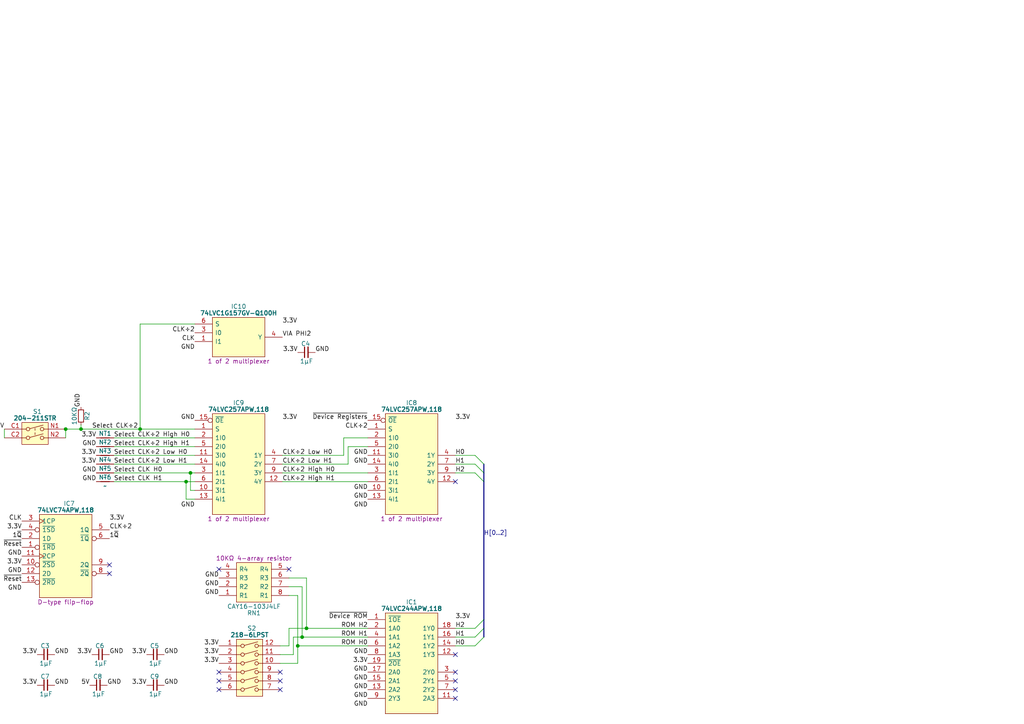
<source format=kicad_sch>
(kicad_sch (version 20230121) (generator eeschema)
  (paper "A4")
  (lib_symbols
    (symbol "Bourns:CAY16-103J4LF" (pin_names (offset 0.762))
      (property "Reference" "RN" (at 10.16 5.08 0))
      (property "Value" "CAY16-103J4LF" (at 10.16 3.175 0))
      (property "Description" "10KΩ 4-array resistor" (at 10.16 -10.795 0))
      (symbol "CAY16-103J4LF_0_0"
        (pin passive line (at 0 0 0) (length 5.08) (name "R1") (number "1"))
        (pin passive line (at 0 -2.54 0) (length 5.08) (name "R2") (number "2"))
        (pin passive line (at 0 -5.08 0) (length 5.08) (name "R3") (number "3"))
        (pin passive line (at 0 -7.62 0) (length 5.08) (name "R4") (number "4"))
        (pin passive line (at 20.32 -7.62 180) (length 5.08) (name "R4") (number "5"))
        (pin passive line (at 20.32 -5.08 180) (length 5.08) (name "R3") (number "6"))
        (pin passive line (at 20.32 -2.54 180) (length 5.08) (name "R2") (number "7"))
        (pin passive line (at 20.32 0 180) (length 5.08) (name "R1") (number "8"))
      )
      (symbol "CAY16-103J4LF_0_1"
        (polyline (pts (xy 5.08 1.905) (xy 15.24 1.905) (xy 15.24 -9.525) (xy 5.08 -9.525) (xy 5.08 1.905)) (stroke (width 0.1524)) (fill (type background)))
      )
    )
    (symbol "CTS:204-211STR" (pin_names (offset 0.762))
      (property "Reference" "S" (at 8.255 5.08 0))
      (property "Value" "204-211STR" (at 8.89 3.175 0))
      (symbol "204-211STR_0_0"
        (polyline (pts (xy 7.366 -2.413) (xy 11.2522 -1.3716)))
        (polyline (pts (xy 7.366 0.127) (xy 11.2522 1.1684)))
        (polyline (pts (xy 8.89 -1.651) (xy 8.89 -1.016)))
        (polyline (pts (xy 8.89 -0.381) (xy 8.89 0.254)))
        (circle (center 6.858 -2.54) (radius 0.508))
        (circle (center 6.858 0) (radius 0.508))
        (circle (center 10.922 -2.54) (radius 0.508))
        (circle (center 10.922 0) (radius 0.508))
      )
      (symbol "204-211STR_1_0"
        (pin passive line (at 0 0 0) (length 6.35) (name "") (number "C1"))
        (pin passive line (at 0 -2.54 0) (length 6.35) (name "") (number "C2"))
        (pin passive line (at 17.78 0 180) (length 6.35) (name "") (number "N1"))
        (pin passive line (at 17.78 -2.54 180) (length 6.35) (name "") (number "N2"))
      )
      (symbol "204-211STR_1_1"
        (rectangle (start 5.08 1.905) (end 12.7 -4.445) (fill (type background)))
      )
    )
    (symbol "CTS:218-6LPST" (pin_names (offset 0.762))
      (property "Reference" "S" (at 9.525 5.08 0))
      (property "Value" "218-6LPST" (at 8.89 3.175 0))
      (symbol "218-6LPST_0_0"
        (polyline (pts (xy 7.366 -12.5476) (xy 11.2522 -11.5062)))
        (polyline (pts (xy 7.366 -10.0076) (xy 11.2522 -8.9662)))
        (polyline (pts (xy 7.366 -7.493) (xy 11.2522 -6.4516)))
        (polyline (pts (xy 7.366 -4.953) (xy 11.2522 -3.9116)))
        (polyline (pts (xy 7.366 -2.413) (xy 11.2522 -1.3716)))
        (polyline (pts (xy 7.366 0.127) (xy 11.2522 1.1684)))
        (circle (center 6.858 -12.7) (radius 0.508))
        (circle (center 6.858 -10.16) (radius 0.508))
        (circle (center 6.858 -7.62) (radius 0.508))
        (circle (center 6.858 -5.08) (radius 0.508))
        (circle (center 6.858 -2.54) (radius 0.508))
        (circle (center 6.858 0) (radius 0.508))
        (circle (center 10.922 -12.7) (radius 0.508))
        (circle (center 10.922 -10.16) (radius 0.508))
        (circle (center 10.922 -7.62) (radius 0.508))
        (circle (center 10.922 -5.08) (radius 0.508))
        (circle (center 10.922 -2.54) (radius 0.508))
        (circle (center 10.922 0) (radius 0.508))
      )
      (symbol "218-6LPST_1_0"
        (pin passive line (at 0 0 0) (length 6.35) (name "") (number "1"))
        (pin passive line (at 17.78 -5.08 180) (length 6.35) (name "") (number "10"))
        (pin passive line (at 17.78 -2.54 180) (length 6.35) (name "") (number "11"))
        (pin passive line (at 17.78 0 180) (length 6.35) (name "") (number "12"))
        (pin passive line (at 0 -2.54 0) (length 6.35) (name "") (number "2"))
        (pin passive line (at 0 -5.08 0) (length 6.35) (name "") (number "3"))
        (pin passive line (at 0 -7.62 0) (length 6.35) (name "") (number "4"))
        (pin passive line (at 0 -10.16 0) (length 6.35) (name "") (number "5"))
        (pin passive line (at 0 -12.7 0) (length 6.35) (name "") (number "6"))
        (pin passive line (at 17.78 -12.7 180) (length 6.35) (name "") (number "7"))
        (pin passive line (at 17.78 -10.16 180) (length 6.35) (name "") (number "8"))
        (pin passive line (at 17.78 -7.62 180) (length 6.35) (name "") (number "9"))
      )
      (symbol "218-6LPST_1_1"
        (rectangle (start 5.08 1.905) (end 12.7 -14.605) (fill (type background)))
      )
    )
    (symbol "Connector_Generic:Conn_02x16_Counter_Clockwise" (pin_names (offset 1.016) hide)
      (property "Reference" "J" (at 1.27 20.32 0))
      (property "Value" "Conn_02x16_Counter_Clockwise" (at 1.27 -22.86 0))
      (symbol "Conn_02x16_Counter_Clockwise_1_1"
        (rectangle (start -1.27 -20.193) (end 0 -20.447) (stroke (width 0.1524)))
        (rectangle (start -1.27 -17.653) (end 0 -17.907) (stroke (width 0.1524)))
        (rectangle (start -1.27 -15.113) (end 0 -15.367) (stroke (width 0.1524)))
        (rectangle (start -1.27 -12.573) (end 0 -12.827) (stroke (width 0.1524)))
        (rectangle (start -1.27 -10.033) (end 0 -10.287) (stroke (width 0.1524)))
        (rectangle (start -1.27 -7.493) (end 0 -7.747) (stroke (width 0.1524)))
        (rectangle (start -1.27 -4.953) (end 0 -5.207) (stroke (width 0.1524)))
        (rectangle (start -1.27 -2.413) (end 0 -2.667) (stroke (width 0.1524)))
        (rectangle (start -1.27 0.127) (end 0 -0.127) (stroke (width 0.1524)))
        (rectangle (start -1.27 2.667) (end 0 2.413) (stroke (width 0.1524)))
        (rectangle (start -1.27 5.207) (end 0 4.953) (stroke (width 0.1524)))
        (rectangle (start -1.27 7.747) (end 0 7.493) (stroke (width 0.1524)))
        (rectangle (start -1.27 10.287) (end 0 10.033) (stroke (width 0.1524)))
        (rectangle (start -1.27 12.827) (end 0 12.573) (stroke (width 0.1524)))
        (rectangle (start -1.27 15.367) (end 0 15.113) (stroke (width 0.1524)))
        (rectangle (start -1.27 17.907) (end 0 17.653) (stroke (width 0.1524)))
        (rectangle (start -1.27 19.05) (end 3.81 -21.59) (stroke (width 0.254)) (fill (type background)))
        (rectangle (start 3.81 -20.193) (end 2.54 -20.447) (stroke (width 0.1524)))
        (rectangle (start 3.81 -17.653) (end 2.54 -17.907) (stroke (width 0.1524)))
        (rectangle (start 3.81 -15.113) (end 2.54 -15.367) (stroke (width 0.1524)))
        (rectangle (start 3.81 -12.573) (end 2.54 -12.827) (stroke (width 0.1524)))
        (rectangle (start 3.81 -10.033) (end 2.54 -10.287) (stroke (width 0.1524)))
        (rectangle (start 3.81 -7.493) (end 2.54 -7.747) (stroke (width 0.1524)))
        (rectangle (start 3.81 -4.953) (end 2.54 -5.207) (stroke (width 0.1524)))
        (rectangle (start 3.81 -2.413) (end 2.54 -2.667) (stroke (width 0.1524)))
        (rectangle (start 3.81 0.127) (end 2.54 -0.127) (stroke (width 0.1524)))
        (rectangle (start 3.81 2.667) (end 2.54 2.413) (stroke (width 0.1524)))
        (rectangle (start 3.81 5.207) (end 2.54 4.953) (stroke (width 0.1524)))
        (rectangle (start 3.81 7.747) (end 2.54 7.493) (stroke (width 0.1524)))
        (rectangle (start 3.81 10.287) (end 2.54 10.033) (stroke (width 0.1524)))
        (rectangle (start 3.81 12.827) (end 2.54 12.573) (stroke (width 0.1524)))
        (rectangle (start 3.81 15.367) (end 2.54 15.113) (stroke (width 0.1524)))
        (rectangle (start 3.81 17.907) (end 2.54 17.653) (stroke (width 0.1524)))
        (pin passive line (at -5.08 17.78 0) (length 3.81) (name "Pin_1") (number "1"))
        (pin passive line (at -5.08 -5.08 0) (length 3.81) (name "Pin_10") (number "10"))
        (pin passive line (at -5.08 -7.62 0) (length 3.81) (name "Pin_11") (number "11"))
        (pin passive line (at -5.08 -10.16 0) (length 3.81) (name "Pin_12") (number "12"))
        (pin passive line (at -5.08 -12.7 0) (length 3.81) (name "Pin_13") (number "13"))
        (pin passive line (at -5.08 -15.24 0) (length 3.81) (name "Pin_14") (number "14"))
        (pin passive line (at -5.08 -17.78 0) (length 3.81) (name "Pin_15") (number "15"))
        (pin passive line (at -5.08 -20.32 0) (length 3.81) (name "Pin_16") (number "16"))
        (pin passive line (at 7.62 -20.32 180) (length 3.81) (name "Pin_17") (number "17"))
        (pin passive line (at 7.62 -17.78 180) (length 3.81) (name "Pin_18") (number "18"))
        (pin passive line (at 7.62 -15.24 180) (length 3.81) (name "Pin_19") (number "19"))
        (pin passive line (at -5.08 15.24 0) (length 3.81) (name "Pin_2") (number "2"))
        (pin passive line (at 7.62 -12.7 180) (length 3.81) (name "Pin_20") (number "20"))
        (pin passive line (at 7.62 -10.16 180) (length 3.81) (name "Pin_21") (number "21"))
        (pin passive line (at 7.62 -7.62 180) (length 3.81) (name "Pin_22") (number "22"))
        (pin passive line (at 7.62 -5.08 180) (length 3.81) (name "Pin_23") (number "23"))
        (pin passive line (at 7.62 -2.54 180) (length 3.81) (name "Pin_24") (number "24"))
        (pin passive line (at 7.62 0 180) (length 3.81) (name "Pin_25") (number "25"))
        (pin passive line (at 7.62 2.54 180) (length 3.81) (name "Pin_26") (number "26"))
        (pin passive line (at 7.62 5.08 180) (length 3.81) (name "Pin_27") (number "27"))
        (pin passive line (at 7.62 7.62 180) (length 3.81) (name "Pin_28") (number "28"))
        (pin passive line (at 7.62 10.16 180) (length 3.81) (name "Pin_29") (number "29"))
        (pin passive line (at -5.08 12.7 0) (length 3.81) (name "Pin_3") (number "3"))
        (pin passive line (at 7.62 12.7 180) (length 3.81) (name "Pin_30") (number "30"))
        (pin passive line (at 7.62 15.24 180) (length 3.81) (name "Pin_31") (number "31"))
        (pin passive line (at 7.62 17.78 180) (length 3.81) (name "Pin_32") (number "32"))
        (pin passive line (at -5.08 10.16 0) (length 3.81) (name "Pin_4") (number "4"))
        (pin passive line (at -5.08 7.62 0) (length 3.81) (name "Pin_5") (number "5"))
        (pin passive line (at -5.08 5.08 0) (length 3.81) (name "Pin_6") (number "6"))
        (pin passive line (at -5.08 2.54 0) (length 3.81) (name "Pin_7") (number "7"))
        (pin passive line (at -5.08 0 0) (length 3.81) (name "Pin_8") (number "8"))
        (pin passive line (at -5.08 -2.54 0) (length 3.81) (name "Pin_9") (number "9"))
      )
    )
    (symbol "Device:NetTie_2" (pin_numbers hide) (pin_names (offset 0) hide) (in_bom no)
      (property "Reference" "NT" (at 0 1.27 0))
      (property "Value" "NetTie_2" (at 0 -1.27 0))
      (symbol "NetTie_2_0_1"
        (polyline (pts (xy -1.27 0) (xy 1.27 0)) (stroke (width 0.254)))
      )
      (symbol "NetTie_2_1_1"
        (pin passive line (at -2.54 0 0) (length 2.54) (name "1") (number "1"))
        (pin passive line (at 2.54 0 180) (length 2.54) (name "2") (number "2"))
      )
    )
    (symbol "Diodes_Inc:AP7365-33WG-7" (pin_names (offset 0.762))
      (property "Reference" "IC" (at 12.7 5.08 0))
      (property "Value" "AP7365-33WG-7" (at 12.7 3.175 0))
      (property "Description" "3.3V LDO voltage regulator" (at 12.7 -8.255 0))
      (symbol "AP7365-33WG-7_0_0"
        (pin passive line (at 0 0 0) (length 5.08) (name "VIN") (number "1"))
        (pin passive line (at 0 -5.08 0) (length 5.08) (name "GND") (number "2"))
        (pin input line (at 0 -2.54 0) (length 5.08) (name "EN") (number "3"))
        (pin passive line (at 25.4 -5.08 180) (length 5.08) (name "ADJ") (number "4"))
        (pin passive line (at 25.4 0 180) (length 5.08) (name "VOUT") (number "5"))
      )
      (symbol "AP7365-33WG-7_0_1"
        (polyline (pts (xy 5.08 1.905) (xy 20.32 1.905) (xy 20.32 -6.985) (xy 5.08 -6.985) (xy 5.08 1.905)) (fill (type background)))
      )
    )
    (symbol "HCP65:C_0805" (pin_numbers hide) (pin_names (offset 0.254) hide)
      (property "Reference" "C" (at 2.286 2.54 0))
      (property "Value" "?μF" (at 2.54 -2.54 0))
      (symbol "C_0805_0_1"
        (polyline (pts (xy 1.9685 -1.4605) (xy 1.9685 1.5875)) (stroke (width 0.3048)))
        (polyline (pts (xy 2.9845 -1.4605) (xy 2.9845 1.5875)) (stroke (width 0.3302)))
      )
      (symbol "C_0805_1_1"
        (pin passive line (at 0 0 0) (length 2.032) (name "~") (number "1"))
        (pin passive line (at 5.08 0 180) (length 2.032) (name "~") (number "2"))
      )
    )
    (symbol "HCP65:R_0805" (pin_numbers hide) (pin_names hide)
      (property "Reference" "R" (at 2.54 1.778 0))
      (property "Value" "?Ω" (at 2.54 -1.905 0))
      (symbol "R_0805_0_1"
        (rectangle (start 0.762 0.762) (end 4.318 -0.762) (stroke (width 0.2032)))
      )
      (symbol "R_0805_1_1"
        (pin passive line (at 0 0 0) (length 0.72) (name "~") (number "1"))
        (pin passive line (at 5.08 0 180) (length 0.72) (name "~") (number "2"))
      )
    )
    (symbol "Nexperia:74LVC1G157GV-Q100H" (pin_names (offset 0.762))
      (property "Reference" "IC" (at 12.7 5.08 0))
      (property "Value" "74LVC1G157GV-Q100H" (at 12.7 3.175 0))
      (property "Description" "1 of 2 multiplexer" (at 12.7 -10.795 0))
      (symbol "74LVC1G157GV-Q100H_0_0"
        (pin input line (at 0 -5.08 0) (length 5.08) (name "I1") (number "1"))
        (pin passive line (at 0 -7.62 0) (length 5.08) hide (name "GND") (number "2"))
        (pin input line (at 0 -2.54 0) (length 5.08) (name "I0") (number "3"))
        (pin output line (at 25.4 -3.81 180) (length 5.08) (name "Y") (number "4"))
        (pin input line (at 0 0 0) (length 5.08) (name "S") (number "6"))
      )
      (symbol "74LVC1G157GV-Q100H_0_1"
        (polyline (pts (xy 5.08 1.905) (xy 20.32 1.905) (xy 20.32 -9.525) (xy 5.08 -9.525) (xy 5.08 1.905)) (stroke (width 0.1524)) (fill (type background)))
      )
      (symbol "74LVC1G157GV-Q100H_1_0"
        (pin passive line (at 25.4 0 180) (length 5.08) hide (name "3V") (number "5"))
      )
    )
    (symbol "Nexperia:74LVC244APW,118" (pin_names (offset 0.762))
      (property "Reference" "IC" (at 12.7 5.08 0))
      (property "Value" "74LVC244APW,118" (at 12.7 3.175 0))
      (symbol "74LVC244APW,118_0_0"
        (pin passive line (at 0 0 0) (length 5.08) (name "~{1OE}") (number "1"))
        (pin passive line (at 25.4 -22.86 180) (length 5.08) (name "2A3") (number "11"))
        (pin passive line (at 25.4 -10.16 180) (length 5.08) (name "1Y3") (number "12"))
        (pin passive line (at 0 -20.32 0) (length 5.08) (name "2A2") (number "13"))
        (pin passive line (at 25.4 -7.62 180) (length 5.08) (name "1Y2") (number "14"))
        (pin passive line (at 0 -17.78 0) (length 5.08) (name "2A1") (number "15"))
        (pin passive line (at 25.4 -5.08 180) (length 5.08) (name "1Y1") (number "16"))
        (pin passive line (at 0 -15.24 0) (length 5.08) (name "2A0") (number "17"))
        (pin passive line (at 25.4 -2.54 180) (length 5.08) (name "1Y0") (number "18"))
        (pin passive line (at 0 -12.7 0) (length 5.08) (name "~{2OE}") (number "19"))
        (pin passive line (at 0 -2.54 0) (length 5.08) (name "1A0") (number "2"))
        (pin passive line (at 25.4 -15.24 180) (length 5.08) (name "2Y0") (number "3"))
        (pin passive line (at 0 -5.08 0) (length 5.08) (name "1A1") (number "4"))
        (pin passive line (at 25.4 -17.78 180) (length 5.08) (name "2Y1") (number "5"))
        (pin passive line (at 0 -7.62 0) (length 5.08) (name "1A2") (number "6"))
        (pin passive line (at 25.4 -20.32 180) (length 5.08) (name "2Y2") (number "7"))
        (pin passive line (at 0 -10.16 0) (length 5.08) (name "1A3") (number "8"))
        (pin passive line (at 0 -22.86 0) (length 5.08) (name "2Y3") (number "9"))
      )
      (symbol "74LVC244APW,118_0_1"
        (polyline (pts (xy 5.08 1.905) (xy 20.32 1.905) (xy 20.32 -27.305) (xy 5.08 -27.305) (xy 5.08 1.905)) (stroke (width 0.1524)) (fill (type background)))
      )
      (symbol "74LVC244APW,118_1_0"
        (pin passive line (at 0 -25.4 0) (length 5.08) hide (name "GND") (number "10"))
        (pin passive line (at 25.4 0 180) (length 5.08) hide (name "3V") (number "20"))
      )
    )
    (symbol "Nexperia:74LVC257APW,118" (pin_names (offset 0.762))
      (property "Reference" "IC" (at 12.7 5.08 0))
      (property "Value" "74LVC257APW,118" (at 12.7 3.175 0))
      (property "Description" "1 of 2 multiplexer" (at 12.7 -28.575 0))
      (symbol "74LVC257APW,118_0_0"
        (pin input line (at 0 -2.54 0) (length 5.08) (name "S") (number "1"))
        (pin input line (at 0 -20.32 0) (length 5.08) (name "3I1") (number "10"))
        (pin input line (at 0 -10.16 0) (length 5.08) (name "3I0") (number "11"))
        (pin output line (at 25.4 -17.78 180) (length 5.08) (name "4Y") (number "12"))
        (pin input line (at 0 -22.86 0) (length 5.08) (name "4I1") (number "13"))
        (pin input line (at 0 -12.7 0) (length 5.08) (name "4I0") (number "14"))
        (pin passive line (at 25.4 0 180) (length 5.08) hide (name "3V") (number "16"))
        (pin input line (at 0 -5.08 0) (length 5.08) (name "1I0") (number "2"))
        (pin input line (at 0 -15.24 0) (length 5.08) (name "1I1") (number "3"))
        (pin output line (at 25.4 -10.16 180) (length 5.08) (name "1Y") (number "4"))
        (pin input line (at 0 -7.62 0) (length 5.08) (name "2I0") (number "5"))
        (pin input line (at 0 -17.78 0) (length 5.08) (name "2I1") (number "6"))
        (pin output line (at 25.4 -12.7 180) (length 5.08) (name "2Y") (number "7"))
        (pin passive line (at 0 -25.4 0) (length 5.08) hide (name "GND") (number "8"))
        (pin output line (at 25.4 -15.24 180) (length 5.08) (name "3Y") (number "9"))
      )
      (symbol "74LVC257APW,118_0_1"
        (polyline (pts (xy 5.08 1.905) (xy 20.32 1.905) (xy 20.32 -27.305) (xy 5.08 -27.305) (xy 5.08 1.905)) (stroke (width 0.1524)) (fill (type background)))
      )
      (symbol "74LVC257APW,118_1_0"
        (pin input inverted (at 0 0 0) (length 5.08) (name "~{OE}") (number "15"))
      )
    )
    (symbol "Nexperia:74LVC4245APW,118" (pin_names (offset 0.762))
      (property "Reference" "IC" (at 12.7 5.08 0))
      (property "Value" "74LVC4245APW,118" (at 12.7 3.175 0))
      (property "Description" "8-bit translating transceiver" (at 13.97 -36.195 0))
      (symbol "74LVC4245APW,118_0_0"
        (pin passive line (at 0 0 0) (length 5.08) (name "5V") (number "1"))
        (pin bidirectional line (at 25.4 -8.89 180) (length 5.08) (name "A7") (number "10"))
        (pin passive line (at 0 -30.48 0) (length 5.08) (name "GND") (number "11"))
        (pin passive line (at 0 -33.02 0) (length 5.08) (name "GND") (number "12"))
        (pin passive line (at 25.4 -33.02 180) (length 5.08) (name "GND") (number "13"))
        (pin bidirectional line (at 0 -8.89 0) (length 5.08) (name "B7") (number "14"))
        (pin bidirectional line (at 0 -11.43 0) (length 5.08) (name "B6") (number "15"))
        (pin bidirectional line (at 0 -13.97 0) (length 5.08) (name "B5") (number "16"))
        (pin bidirectional line (at 0 -16.51 0) (length 5.08) (name "B4") (number "17"))
        (pin bidirectional line (at 0 -19.05 0) (length 5.08) (name "B3") (number "18"))
        (pin bidirectional line (at 0 -21.59 0) (length 5.08) (name "B2") (number "19"))
        (pin input line (at 0 -6.35 0) (length 5.08) (name "DIR") (number "2"))
        (pin bidirectional line (at 0 -24.13 0) (length 5.08) (name "B1") (number "20"))
        (pin bidirectional line (at 0 -26.67 0) (length 5.08) (name "B0") (number "21"))
        (pin input line (at 0 -3.81 0) (length 5.08) (name "~{OE}") (number "22"))
        (pin passive line (at 25.4 -2.54 180) (length 5.08) (name "3V") (number "23"))
        (pin passive line (at 25.4 0 180) (length 5.08) (name "3V") (number "24"))
        (pin bidirectional line (at 25.4 -26.67 180) (length 5.08) (name "A0") (number "3"))
        (pin bidirectional line (at 25.4 -24.13 180) (length 5.08) (name "A1") (number "4"))
        (pin bidirectional line (at 25.4 -21.59 180) (length 5.08) (name "A2") (number "5"))
        (pin bidirectional line (at 25.4 -19.05 180) (length 5.08) (name "A3") (number "6"))
        (pin bidirectional line (at 25.4 -16.51 180) (length 5.08) (name "A4") (number "7"))
        (pin bidirectional line (at 25.4 -13.97 180) (length 5.08) (name "A5") (number "8"))
        (pin bidirectional line (at 25.4 -11.43 180) (length 5.08) (name "A6") (number "9"))
      )
      (symbol "74LVC4245APW,118_0_1"
        (polyline (pts (xy 5.08 1.905) (xy 20.32 1.905) (xy 20.32 -34.925) (xy 5.08 -34.925) (xy 5.08 1.905)) (stroke (width 0.1524)) (fill (type background)))
      )
    )
    (symbol "Nexperia:74LVC74APW,118" (pin_names (offset 0.762))
      (property "Reference" "IC" (at 12.065 5.08 0))
      (property "Value" "74LVC74APW,118" (at 12.7 3.175 0))
      (property "Description" "D-type flip-flop" (at 12.7 -23.495 0))
      (symbol "74LVC74APW,118_0_0"
        (pin input inverted (at 0 -7.62 0) (length 5.08) (name "~{1RD}") (number "1"))
        (pin input inverted (at 0 -12.7 0) (length 5.08) (name "~{2SD}") (number "10"))
        (pin input clock (at 0 -10.16 0) (length 5.08) (name "2CP") (number "11"))
        (pin input line (at 0 -15.24 0) (length 5.08) (name "2D") (number "12"))
        (pin input inverted (at 0 -17.78 0) (length 5.08) (name "~{2RD}") (number "13"))
        (pin passive line (at 25.4 0 180) (length 5.08) hide (name "3V") (number "14"))
        (pin input line (at 0 -5.08 0) (length 5.08) (name "1D") (number "2"))
        (pin input clock (at 0 0 0) (length 5.08) (name "1CP") (number "3"))
        (pin input inverted (at 0 -2.54 0) (length 5.08) (name "~{1SD}") (number "4"))
        (pin output line (at 25.4 -2.54 180) (length 5.08) (name "1Q") (number "5"))
        (pin output inverted (at 25.4 -5.08 180) (length 5.08) (name "~{1Q}") (number "6"))
        (pin passive line (at 0 -20.32 0) (length 5.08) hide (name "GND") (number "7"))
        (pin output inverted (at 25.4 -15.24 180) (length 5.08) (name "~{2Q}") (number "8"))
        (pin output line (at 25.4 -12.7 180) (length 5.08) (name "2Q") (number "9"))
      )
      (symbol "74LVC74APW,118_0_1"
        (polyline (pts (xy 5.08 1.905) (xy 20.32 1.905) (xy 20.32 -22.225) (xy 5.08 -22.225) (xy 5.08 1.905)) (stroke (width 0.1524)) (fill (type background)))
      )
    )
  )
  (junction (at -12.7 193.675))
  (junction (at 40.64 124.46))
  (junction (at 55.245 137.16))
  (junction (at 86.36 187.325))
  (junction (at 87.63 184.785))
  (junction (at 23.495 124.46))
  (junction (at 88.9 182.245))
  (junction (at 53.975 139.7))
  (junction (at 19.05 124.46))
  (junction (at -41.91 193.675))
  (no_connect (at -40.64 142.875))
  (no_connect (at -40.64 170.815))
  (no_connect (at 63.5 197.485))
  (no_connect (at -40.64 175.895))
  (no_connect (at -40.64 178.435))
  (no_connect (at 81.28 194.945))
  (no_connect (at 132.08 194.945))
  (no_connect (at -27.94 140.335))
  (no_connect (at -27.94 165.735))
  (no_connect (at 81.28 197.485))
  (no_connect (at 132.08 202.565))
  (no_connect (at 63.5 194.945))
  (no_connect (at 132.08 189.865))
  (no_connect (at 63.5 200.025))
  (no_connect (at -27.94 173.355))
  (no_connect (at -27.94 155.575))
  (no_connect (at -27.94 175.895))
  (no_connect (at -17.78 107.315))
  (no_connect (at 132.08 200.025))
  (no_connect (at -17.78 99.695))
  (no_connect (at 63.5 165.1))
  (no_connect (at -27.94 153.035))
  (no_connect (at -40.64 173.355))
  (no_connect (at 31.75 166.37))
  (no_connect (at 132.08 139.7))
  (no_connect (at 31.75 163.83))
  (no_connect (at -17.78 102.235))
  (no_connect (at -40.64 158.115))
  (no_connect (at -40.64 165.735))
  (no_connect (at 81.28 200.025))
  (no_connect (at -16.51 198.755))
  (no_connect (at -40.64 147.955))
  (no_connect (at -17.78 104.775))
  (no_connect (at -17.78 114.935))
  (no_connect (at -17.78 97.155))
  (no_connect (at 132.08 197.485))
  (no_connect (at -40.64 145.415))
  (no_connect (at -27.94 170.815))
  (no_connect (at 83.82 165.1))
  (no_connect (at -27.94 163.195))
  (bus_entry (at 137.795 187.325) (size 2.54 -2.54))
  (bus_entry (at 137.795 184.785) (size 2.54 -2.54))
  (bus_entry (at 137.795 134.62) (size 2.54 2.54))
  (bus_entry (at 137.795 137.16) (size 2.54 2.54))
  (bus_entry (at 137.795 132.08) (size 2.54 2.54))
  (bus_entry (at 137.795 182.245) (size 2.54 -2.54))
  (wire (pts (xy 106.68 129.54) (xy 100.965 129.54)))
  (wire (pts (xy -12.7 198.755) (xy -12.7 193.675)))
  (wire (pts (xy 81.915 139.7) (xy 106.68 139.7)))
  (wire (pts (xy 132.08 137.16) (xy 137.795 137.16)))
  (wire (pts (xy 100.965 134.62) (xy 81.915 134.62)))
  (wire (pts (xy 106.68 184.785) (xy 87.63 184.785)))
  (wire (pts (xy 33.02 134.62) (xy 56.515 134.62)))
  (wire (pts (xy 83.82 172.72) (xy 86.36 172.72)))
  (wire (pts (xy 85.09 189.865) (xy 81.28 189.865)))
  (wire (pts (xy 83.82 182.245) (xy 83.82 187.325)))
  (bus (pts (xy 140.335 139.7) (xy 140.335 179.705)))
  (bus (pts (xy 140.335 134.62) (xy 140.335 137.16)))
  (wire (pts (xy 87.63 184.785) (xy 85.09 184.785)))
  (wire (pts (xy 40.64 124.46) (xy 56.515 124.46)))
  (wire (pts (xy 33.02 127) (xy 56.515 127)))
  (wire (pts (xy -41.91 193.675) (xy -41.91 196.215)))
  (wire (pts (xy 1.27 124.46) (xy 1.27 127)))
  (wire (pts (xy 99.695 132.08) (xy 81.915 132.08)))
  (wire (pts (xy 83.82 167.64) (xy 88.9 167.64)))
  (wire (pts (xy 132.08 132.08) (xy 137.795 132.08)))
  (wire (pts (xy -57.15 198.755) (xy -55.88 198.755)))
  (wire (pts (xy 106.68 127) (xy 99.695 127)))
  (bus (pts (xy 140.335 137.16) (xy 140.335 139.7)))
  (wire (pts (xy 33.02 137.16) (xy 55.245 137.16)))
  (wire (pts (xy 23.495 124.46) (xy 40.64 124.46)))
  (wire (pts (xy 53.975 139.7) (xy 56.515 139.7)))
  (wire (pts (xy 23.495 123.19) (xy 23.495 124.46)))
  (wire (pts (xy 33.02 129.54) (xy 56.515 129.54)))
  (wire (pts (xy 33.02 139.7) (xy 53.975 139.7)))
  (wire (pts (xy 83.82 182.245) (xy 88.9 182.245)))
  (wire (pts (xy 19.05 124.46) (xy 19.05 127)))
  (wire (pts (xy 132.08 134.62) (xy 137.795 134.62)))
  (wire (pts (xy 88.9 167.64) (xy 88.9 182.245)))
  (wire (pts (xy 55.245 142.24) (xy 55.245 137.16)))
  (wire (pts (xy 33.02 132.08) (xy 56.515 132.08)))
  (wire (pts (xy 132.08 182.245) (xy 137.795 182.245)))
  (wire (pts (xy -57.15 193.675) (xy -41.91 193.675)))
  (wire (pts (xy 86.36 192.405) (xy 81.28 192.405)))
  (wire (pts (xy 53.975 144.78) (xy 53.975 139.7)))
  (wire (pts (xy 86.36 187.325) (xy 86.36 192.405)))
  (wire (pts (xy -12.7 193.675) (xy -7.62 193.675)))
  (bus (pts (xy 140.335 179.705) (xy 140.335 182.245)))
  (wire (pts (xy 106.68 187.325) (xy 86.36 187.325)))
  (wire (pts (xy 85.09 184.785) (xy 85.09 189.865)))
  (wire (pts (xy 106.68 182.245) (xy 88.9 182.245)))
  (wire (pts (xy 87.63 170.18) (xy 87.63 184.785)))
  (wire (pts (xy 86.36 172.72) (xy 86.36 187.325)))
  (wire (pts (xy 99.695 127) (xy 99.695 132.08)))
  (wire (pts (xy 132.08 184.785) (xy 137.795 184.785)))
  (wire (pts (xy 83.82 170.18) (xy 87.63 170.18)))
  (wire (pts (xy 56.515 144.78) (xy 53.975 144.78)))
  (wire (pts (xy 100.965 129.54) (xy 100.965 134.62)))
  (wire (pts (xy -16.51 193.675) (xy -12.7 193.675)))
  (wire (pts (xy 19.05 124.46) (xy 23.495 124.46)))
  (wire (pts (xy 40.64 93.98) (xy 40.64 124.46)))
  (wire (pts (xy 83.82 187.325) (xy 81.28 187.325)))
  (wire (pts (xy 55.245 137.16) (xy 56.515 137.16)))
  (wire (pts (xy 81.915 137.16) (xy 106.68 137.16)))
  (bus (pts (xy 140.335 184.785) (xy 140.335 182.245)))
  (wire (pts (xy 56.515 142.24) (xy 55.245 142.24)))
  (wire (pts (xy -57.15 193.675) (xy -57.15 198.755)))
  (wire (pts (xy 56.515 93.98) (xy 40.64 93.98)))
  (wire (pts (xy 132.08 187.325) (xy 137.795 187.325)))
  (label "CLK÷2 Low H1" (at 81.915 134.62 0))
  (label "CLK÷2 High H0" (at 81.915 137.16 0))
  (label "3.3V" (at 26.67 189.865 180))
  (label "VIA PHI2 _{OUT}" (at -27.94 158.115 0))
  (label "GND" (at -17.78 92.075 0))
  (label "H1" (at -27.94 145.415 0))
  (label "GND" (at -43.18 102.235 180))
  (label "GND" (at 47.625 189.865 0))
  (label "CLK" (at -40.64 153.035 180))
  (label "VIA PHI2 _{OUT}" (at -17.78 112.395 0))
  (label "3.3V" (at 132.08 121.92 0))
  (label "GND" (at 106.68 134.62 180))
  (label "GND" (at -40.64 168.275 180))
  (label "H0" (at 132.08 132.08 0))
  (label "3.3V" (at 63.5 192.405 180))
  (label "CLK÷2" (at 56.515 96.52 180))
  (label "ROM H0" (at 106.68 187.325 180))
  (label "GND" (at 15.875 198.755 0))
  (label "5V" (at -17.78 88.265 0))
  (label "VIA PHI2" (at 81.915 97.79 0))
  (label "VIA PHI2" (at -43.18 112.395 180))
  (label "~{Reset}" (at -40.64 155.575 180))
  (label "GND" (at 106.68 202.565 180))
  (label "GND" (at 106.68 147.32 180))
  (label "GND" (at 56.515 147.32 180))
  (label "Select CLK H1" (at 33.02 139.7 0))
  (label "~{Device ROM}" (at 106.68 179.705 180))
  (label "GND" (at -43.18 97.155 180))
  (label "5V" (at -57.15 193.675 180))
  (label "GND" (at 106.68 189.865 180))
  (label "3.3V" (at 106.68 192.405 180))
  (label "3.3V" (at 42.545 198.755 180))
  (label "3.3V" (at 132.08 179.705 0))
  (label "GND" (at 27.94 137.16 180))
  (label "H0" (at 132.08 187.325 0))
  (label "H2" (at 132.08 137.16 0))
  (label "3.3V" (at 6.35 153.67 180))
  (label "CLK" (at 56.515 99.06 180))
  (label "GND" (at -40.64 150.495 180))
  (label "GND" (at 56.515 121.92 180))
  (label "3.3V" (at 27.94 127 180))
  (label "GND" (at 106.68 142.24 180))
  (label "GND" (at -27.94 150.495 0))
  (label "GND" (at 15.875 189.865 0))
  (label "GND" (at -43.18 104.775 180))
  (label "GND" (at 63.5 167.64 180))
  (label "Select CLK÷2 Low H0" (at 33.02 132.08 0))
  (label "3.3V" (at 27.94 132.08 180))
  (label "~{Device Registers}" (at -43.18 109.855 180))
  (label "GND" (at -27.94 168.275 0))
  (label "GND" (at 6.35 161.29 180))
  (label "3.3V" (at 81.915 121.92 0))
  (label "Select CLK H0" (at 33.02 137.16 0))
  (label "1~{Q}" (at 6.35 156.21 180))
  (label "~{VIA Select} _{OUT}" (at -27.94 160.655 0))
  (label "GND" (at -43.18 107.315 180))
  (label "GND" (at -43.18 99.695 180))
  (label "GND" (at -43.18 121.285 180))
  (label "3.3V" (at 31.75 151.13 0))
  (label "3.3V" (at -43.18 90.805 180))
  (label "CLK÷2 Low H0" (at 81.915 132.08 0))
  (label "H0" (at -27.94 147.955 0))
  (label "GND" (at -41.91 198.755 180))
  (label "GND" (at 91.44 102.235 0))
  (label "3.3V" (at 10.795 189.865 180))
  (label "3.3V" (at 86.36 102.235 180))
  (label "3.3V" (at 1.27 124.46 180))
  (label "GND" (at 63.5 172.72 180))
  (label "GND" (at 106.68 200.025 180))
  (label "3.3V" (at 27.94 134.62 180))
  (label "Select CLK÷2 High H1" (at 33.02 129.54 0))
  (label "GND" (at 63.5 170.18 180))
  (label "GND" (at -43.18 114.935 180))
  (label "5V" (at -40.64 140.335 180))
  (label "~{Device ROM}" (at -40.64 163.195 180))
  (label "CLK" (at 6.35 151.13 180))
  (label "CLK÷2" (at 106.68 124.46 180))
  (label "CLK÷2" (at 31.75 153.67 0))
  (label "3.3V" (at 6.35 163.83 180))
  (label "GND" (at 56.515 101.6 180))
  (label "~{Device Registers}" (at -40.64 160.655 180))
  (label "GND" (at 23.495 118.11 90))
  (label "3.3V" (at 81.915 93.98 0))
  (label "H[0..2]" (at 140.335 155.575 0))
  (label "3.3V" (at -43.18 88.265 180))
  (label "GND" (at 47.625 198.755 0))
  (label "Select CLK÷2" (at 26.67 124.46 0))
  (label "GND" (at 106.68 144.78 180))
  (label "GND" (at -7.62 198.755 0))
  (label "5V" (at -27.94 178.435 0))
  (label "H1" (at 132.08 184.785 0))
  (label "GND" (at -50.8 198.755 0))
  (label "~{VIA Select} _{OUT}" (at -17.78 109.855 0))
  (label "~{Reset}" (at 6.35 158.75 180))
  (label "GND" (at 6.35 166.37 180))
  (label "ROM H2" (at 106.68 182.245 180))
  (label "1~{Q}" (at 31.75 156.21 0))
  (label "GND" (at 6.35 171.45 180))
  (label "GND" (at 27.94 129.54 180))
  (label "3.3V" (at -7.62 193.675 0))
  (label "CLK÷2 High H1" (at 81.915 139.7 0))
  (label "H2" (at 132.08 182.245 0))
  (label "GND" (at 106.68 132.08 180))
  (label "Select CLK÷2 High H0" (at 33.02 127 0))
  (label "H1" (at 132.08 134.62 0))
  (label "GND" (at 31.115 198.755 0))
  (label "~{Device Registers}" (at 106.68 121.92 180))
  (label "GND" (at 106.68 194.945 180))
  (label "GND" (at 27.94 139.7 180))
  (label "GND" (at -17.78 118.745 0))
  (label "GND" (at 106.68 205.105 180))
  (label "3.3V" (at -17.78 94.615 0))
  (label "GND" (at -17.78 121.285 0))
  (label "3.3V" (at 63.5 189.865 180))
  (label "~{Reset}" (at 6.35 168.91 180))
  (label "GND" (at 31.75 189.865 0))
  (label "3.3V" (at 10.795 198.755 180))
  (label "5V" (at 26.035 198.755 180))
  (label "H2" (at -27.94 142.875 0))
  (label "GND" (at 106.68 197.485 180))
  (label "3.3V" (at 42.545 189.865 180))
  (label "Select CLK÷2 Low H1" (at 33.02 134.62 0))
  (label "3.3V" (at 63.5 187.325 180))
  (label "ROM H1" (at 106.68 184.785 180))
  (symbol (lib_id "HCP65:R_0805") (at 23.495 118.11 270) (unit 1)
    (property "Reference" "R2" (at 25.273 120.65 0))
    (property "Value" "10KΩ" (at 21.59 120.65 0))
    (property "Footprint" "SamacSys_Parts:R_0805" (effects hide))
  )
  (symbol (lib_id "HCP65:C_0805") (at -55.88 198.755 0) (unit 1)
    (property "Reference" "C1" (at -53.594 196.215 0))
    (property "Value" "10μF" (at -53.34 201.295 0))
    (property "Footprint" "SamacSys_Parts:C_0805" (effects hide))
  )
  (symbol (lib_id "Diodes_Inc:AP7365-33WG-7") (at -41.91 193.675 0) (unit 1)
    (property "Reference" "IC5" (at -29.21 188.595 0))
    (property "Value" "AP7365-33WG-7" (at -29.21 190.5 0) (effects (font bold)))
    (property "Footprint" "SOT95P285X130-5N" (effects hide))
    (property "Datasheet" "https://componentsearchengine.com/Datasheets/1/AP7365-33WG-7.pdf" (effects hide))
    (property "Description" "3.3V LDO voltage regulator" (at -29.21 201.93 0))
    (property "Height" "1.3" (effects hide))
    (property "Manufacturer_Name" "Diodes Inc." (effects hide))
    (property "Manufacturer_Part_Number" "AP7365-33WG-7" (effects hide))
    (property "Mouser Part Number" "621-AP7365-33WG-7" (effects hide))
    (property "Mouser Price/Stock" "https://www.mouser.co.uk/ProductDetail/Diodes-Incorporated/AP7365-33WG-7?qs=abZ1nkZpTuOZFvxvoFPL0w%3D%3D" (effects hide))
    (property "Arrow Part Number" "AP7365-33WG-7" (effects hide))
    (property "Arrow Price/Stock" "https://www.arrow.com/en/products/ap7365-33wg-7/diodes-incorporated?region=nac" (effects hide))
    (property "Silkscreen" "AP7365" (effects hide))
  )
  (symbol (lib_id "Bourns:CAY16-103J4LF") (at 63.5 172.72 0) (mirror x) (unit 1)
    (property "Reference" "RN1" (at 73.66 177.8 0))
    (property "Value" "CAY16-103J4LF" (at 73.66 175.895 0))
    (property "Footprint" "SamacSys_Parts:CAY16-J4" (effects hide))
    (property "Datasheet" "https://www.bourns.com/pdfs/CATCAY.pdf" (effects hide))
    (property "Description" "10KΩ 4-array resistor" (at 73.66 161.925 0))
    (property "Manufacturer_Name" "Bourns" (effects hide))
    (property "Manufacturer_Part_Number" "CAY16-103J4LF\n" (effects hide))
    (property "Mouser Part Number" "652-CAY16-103J4LF" (effects hide))
    (property "Mouser Price/Stock" "https://www.mouser.co.uk/ProductDetail/Bourns/CAY16-472J4LF?qs=vjljXApjgZXDWSqaYW6%252BOA%3D%3D" (effects hide))
    (property "Silkscreen" "10KΩ" (effects hide))
  )
  (symbol (lib_id "HCP65:C_0805") (at -12.7 198.755 0) (unit 1)
    (property "Reference" "C2" (at -10.414 196.215 0))
    (property "Value" "10μF" (at -10.16 201.295 0))
    (property "Footprint" "SamacSys_Parts:C_0805" (effects hide))
  )
  (symbol (lib_id "Device:NetTie_2") (at 30.48 137.16 0) (unit 1) (in_bom no)
    (property "Reference" "NT5" (at 30.48 135.89 0))
    (property "Value" "~" (at 30.48 138.43 0))
    (property "Footprint" "NetTie:NetTie-2_SMD_Pad0.5mm" (effects hide))
  )
  (symbol (lib_id "Nexperia:74LVC4245APW,118") (at -17.78 88.265 0) (mirror y) (unit 1)
    (property "Reference" "IC2" (at -30.48 83.185 0))
    (property "Value" "74LVC4245APW,118" (at -30.48 85.09 0) (effects (font bold)))
    (property "Footprint" "SOP65P640X110-24N" (effects hide))
    (property "Datasheet" "https://assets.nexperia.com/documents/data-sheet/74LVC4245A.pdf" (effects hide))
    (property "Description" "8-bit translating transceiver" (at -31.75 124.46 0))
    (property "Height" "1.1" (effects hide))
    (property "Mouser Part Number" "771-74LVC4245APW-T" (effects hide))
    (property "Mouser Price/Stock" "https://www.mouser.co.uk/ProductDetail/Nexperia/74LVC4245APW118?qs=me8TqzrmIYXtBCPNCA6vcg%3D%3D" (effects hide))
    (property "Manufacturer_Name" "Nexperia" (effects hide))
    (property "Manufacturer_Part_Number" "74LVC4245APW,118" (effects hide))
    (property "Silkscreen" "74LVC4245" (effects hide))
  )
  (symbol (lib_id "Nexperia:74LVC244APW,118") (at 106.68 179.705 0) (unit 1)
    (property "Reference" "IC1" (at 119.38 174.625 0))
    (property "Value" "74LVC244APW,118" (at 119.38 176.53 0) (effects (font bold)))
    (property "Footprint" "SOP65P640X110-20N" (effects hide))
    (property "Datasheet" "https://assets.nexperia.com/documents/data-sheet/74LVC_LVCH244A.pdf" (effects hide))
    (property "Description" "74LVC(H)244A - Octal buffer/line driver; 3-state@en-us" (effects hide))
    (property "Height" "1.1" (effects hide))
    (property "Manufacturer_Name" "Nexperia" (effects hide))
    (property "Manufacturer_Part_Number" "74LVC244APW,118" (effects hide))
    (property "Mouser Part Number" "771-74LVC244APW-T" (effects hide))
    (property "Mouser Price/Stock" "https://www.mouser.co.uk/ProductDetail/Nexperia/74LVC244APW118?qs=me8TqzrmIYXA4kTVlk0VcA%3D%3D" (effects hide))
    (property "Silkscreen" "74LVC244" (effects hide))
  )
  (symbol (lib_id "Device:NetTie_2") (at 30.48 134.62 0) (unit 1) (in_bom no)
    (property "Reference" "NT4" (at 30.48 133.35 0))
    (property "Value" "~" (at 30.48 135.89 0))
    (property "Footprint" "NetTie:NetTie-2_SMD_Pad0.5mm" (effects hide))
  )
  (symbol (lib_id "Device:NetTie_2") (at 30.48 129.54 0) (unit 1) (in_bom no)
    (property "Reference" "NT2" (at 30.48 128.27 0))
    (property "Value" "~" (at 30.48 130.81 0))
    (property "Footprint" "NetTie:NetTie-2_SMD_Pad0.5mm" (effects hide))
  )
  (symbol (lib_id "HCP65:C_0805") (at 42.545 198.755 0) (unit 1)
    (property "Reference" "C9" (at 44.831 196.215 0))
    (property "Value" "1μF" (at 45.085 201.295 0))
    (property "Footprint" "SamacSys_Parts:C_0805" (effects hide))
  )
  (symbol (lib_id "Device:NetTie_2") (at 30.48 139.7 0) (unit 1) (in_bom no)
    (property "Reference" "NT6" (at 30.48 138.43 0))
    (property "Value" "~" (at 30.48 140.97 0))
    (property "Footprint" "NetTie:NetTie-2_SMD_Pad0.5mm" (effects hide))
  )
  (symbol (lib_id "CTS:204-211STR") (at 1.27 124.46 0) (unit 1)
    (property "Reference" "S1" (at 9.525 119.38 0) (effects (justify left)))
    (property "Value" "204-211STR" (at 10.16 121.285 0) (effects (font bold)))
    (property "Footprint" "204211STR" (effects hide))
    (property "Datasheet" "https://www.ctscorp.com/wp-content/uploads/204.pdf" (effects hide))
    (property "Description" "DIP Switches / SIP Switches DPST 1 position Epoxy Top Tape Seal" (effects hide))
    (property "Height" "10.36" (effects hide))
    (property "Manufacturer_Name" "CTS" (effects hide))
    (property "Manufacturer_Part_Number" "204-211STR" (effects hide))
    (property "Mouser Part Number" "774-204-211STR" (effects hide))
    (property "Mouser Price/Stock" "https://www.mouser.co.uk/ProductDetail/CTS-Electronic-Components/204-211STR?qs=quytmY96oUgb3oIvtnAfmw%3D%3D" (effects hide))
    (property "Silkscreen" "204-211STR" (effects hide))
  )
  (symbol (lib_id "HCP65:C_0805") (at 86.36 102.235 0) (unit 1)
    (property "Reference" "C4" (at 88.646 99.695 0))
    (property "Value" "1μF" (at 88.9 104.775 0))
    (property "Footprint" "SamacSys_Parts:C_0805" (effects hide))
  )
  (symbol (lib_id "HCP65:C_0805") (at 26.67 189.865 0) (unit 1)
    (property "Reference" "C6" (at 28.956 187.325 0))
    (property "Value" "1μF" (at 29.21 192.405 0))
    (property "Footprint" "SamacSys_Parts:C_0805" (effects hide))
  )
  (symbol (lib_id "Device:NetTie_2") (at 30.48 132.08 0) (unit 1) (in_bom no)
    (property "Reference" "NT3" (at 30.48 130.81 0))
    (property "Value" "~" (at 30.48 133.35 0))
    (property "Footprint" "NetTie:NetTie-2_SMD_Pad0.5mm" (effects hide))
  )
  (symbol (lib_id "CTS:218-6LPST") (at 63.5 187.325 0) (unit 1)
    (property "Reference" "S2" (at 73.025 182.245 0))
    (property "Value" "218-6LPST" (at 72.39 184.15 0) (effects (font bold)))
    (property "Footprint" "SOIC127P844X265-12N" (effects hide))
    (property "Datasheet" "https://www.ctscorp.com/wp-content/uploads/218.pdf" (effects hide))
    (property "Description" "Half Pitch, SMD DIP Switch" (effects hide))
    (property "Height" "2.65" (effects hide))
    (property "Manufacturer_Name" "CTS" (effects hide))
    (property "Manufacturer_Part_Number" "218-6LPST" (effects hide))
    (property "Mouser Part Number" "774-2186LPST" (effects hide))
    (property "Mouser Price/Stock" "https://www.mouser.co.uk/ProductDetail/CTS-Electronic-Components/218-6LPST?qs=qNzHFtQhdJ%2FrWBM2PHyKnQ%3D%3D" (effects hide))
    (property "Silkscreen" "218-6LPST" (effects hide))
  )
  (symbol (lib_id "Nexperia:74LVC257APW,118") (at 106.68 121.92 0) (unit 1)
    (property "Reference" "IC8" (at 119.38 116.84 0))
    (property "Value" "74LVC257APW,118" (at 119.38 118.745 0) (effects (font bold)))
    (property "Footprint" "SOP65P640X110-16N" (effects hide))
    (property "Description" "1 of 2 multiplexer" (at 119.38 150.495 0))
    (property "Height" "1.1" (effects hide))
    (property "Mouser Part Number" "771-74LVC257APW-T" (effects hide))
    (property "Manufacturer_Name" "Nexperia" (effects hide))
    (property "Manufacturer_Part_Number" "74LVC257APW,118" (effects hide))
    (property "Silkscreen" "74LVC257" (effects hide))
  )
  (symbol (lib_id "Connector_Generic:Conn_02x16_Counter_Clockwise") (at -35.56 158.115 0) (unit 1)
    (property "Reference" "J3" (at -34.29 137.16 0))
    (property "Value" "Conn_02x16_Counter_Clockwise" (at -34.29 180.975 0))
    (property "Footprint" "SamacSys_Parts:DIP-32_Board_W22.86mm" (effects hide))
  )
  (symbol (lib_id "Device:NetTie_2") (at 30.48 127 0) (unit 1) (in_bom no)
    (property "Reference" "NT1" (at 30.48 125.73 0))
    (property "Value" "~" (at 30.48 128.27 0))
    (property "Footprint" "NetTie:NetTie-2_SMD_Pad0.5mm" (effects hide))
  )
  (symbol (lib_id "Nexperia:74LVC257APW,118") (at 56.515 121.92 0) (unit 1)
    (property "Reference" "IC9" (at 69.215 116.84 0))
    (property "Value" "74LVC257APW,118" (at 69.215 118.745 0) (effects (font bold)))
    (property "Footprint" "SOP65P640X110-16N" (effects hide))
    (property "Description" "1 of 2 multiplexer" (at 69.215 150.495 0))
    (property "Height" "1.1" (effects hide))
    (property "Mouser Part Number" "771-74LVC257APW-T" (effects hide))
    (property "Manufacturer_Name" "Nexperia" (effects hide))
    (property "Manufacturer_Part_Number" "74LVC257APW,118" (effects hide))
    (property "Silkscreen" "74LVC257" (effects hide))
  )
  (symbol (lib_id "Nexperia:74LVC1G157GV-Q100H") (at 56.515 93.98 0) (unit 1)
    (property "Reference" "IC10" (at 69.215 88.9 0))
    (property "Value" "74LVC1G157GV-Q100H" (at 69.215 90.805 0) (effects (font bold)))
    (property "Footprint" "SOT95P275X110-6N" (effects hide))
    (property "Datasheet" "https://assets.nexperia.com/documents/data-sheet/74LVC1G157_Q100.pdf" (effects hide))
    (property "Description" "1 of 2 multiplexer" (at 69.215 104.775 0))
    (property "Height" "1.1" (effects hide))
    (property "Manufacturer_Name" "Nexperia" (effects hide))
    (property "Manufacturer_Part_Number" "74LVC1G157GV-Q100H" (effects hide))
    (property "Mouser Part Number" "771-74LVC1G157GVQ100" (effects hide))
    (property "Mouser Price/Stock" "https://www.mouser.co.uk/ProductDetail/Nexperia/74LVC1G157GV-Q100H?qs=5XOdhvmYM0Nhlh6GR9ENlQ%3D%3D" (effects hide))
    (property "Silkscreen" "'1G157" (effects hide))
  )
  (symbol (lib_id "Nexperia:74LVC74APW,118") (at 6.35 151.13 0) (unit 1)
    (property "Reference" "IC7" (at 18.415 146.05 0) (effects (justify left)))
    (property "Value" "74LVC74APW,118" (at 19.05 147.955 0) (effects (font bold)))
    (property "Footprint" "SOP65P640X110-14N" (effects hide))
    (property "Datasheet" "https://assets.nexperia.com/documents/data-sheet/74LVC74A.pdf" (effects hide))
    (property "Description" "D-type flip-flop" (at 19.05 174.625 0))
    (property "Height" "1.1" (effects hide))
    (property "Mouser Part Number" "771-74LVC74APW-T" (effects hide))
    (property "Mouser Price/Stock" "https://www.mouser.co.uk/ProductDetail/Nexperia/74LVC74APW118?qs=me8TqzrmIYVtXwVfet0lzw%3D%3D" (effects hide))
    (property "Manufacturer_Name" "Nexperia" (effects hide))
    (property "Manufacturer_Part_Number" "74LVC74APW,118" (effects hide))
    (property "Silkscreen" "74LVC74" (effects hide))
  )
  (symbol (lib_id "HCP65:C_0805") (at 42.545 189.865 0) (unit 1)
    (property "Reference" "C5" (at 44.831 187.325 0))
    (property "Value" "1μF" (at 45.085 192.405 0))
    (property "Footprint" "SamacSys_Parts:C_0805" (effects hide))
  )
  (symbol (lib_id "HCP65:C_0805") (at 26.035 198.755 0) (unit 1)
    (property "Reference" "C8" (at 28.321 196.215 0))
    (property "Value" "1μF" (at 28.575 201.295 0))
    (property "Footprint" "SamacSys_Parts:C_0805" (effects hide))
  )
  (symbol (lib_id "HCP65:C_0805") (at 10.795 198.755 0) (unit 1)
    (property "Reference" "C7" (at 13.081 196.215 0))
    (property "Value" "1μF" (at 13.335 201.295 0))
    (property "Footprint" "SamacSys_Parts:C_0805" (effects hide))
  )
  (symbol (lib_id "HCP65:C_0805") (at 10.795 189.865 0) (unit 1)
    (property "Reference" "C3" (at 13.081 187.325 0))
    (property "Value" "1μF" (at 13.335 192.405 0))
    (property "Footprint" "SamacSys_Parts:C_0805" (effects hide))
  )
)
</source>
